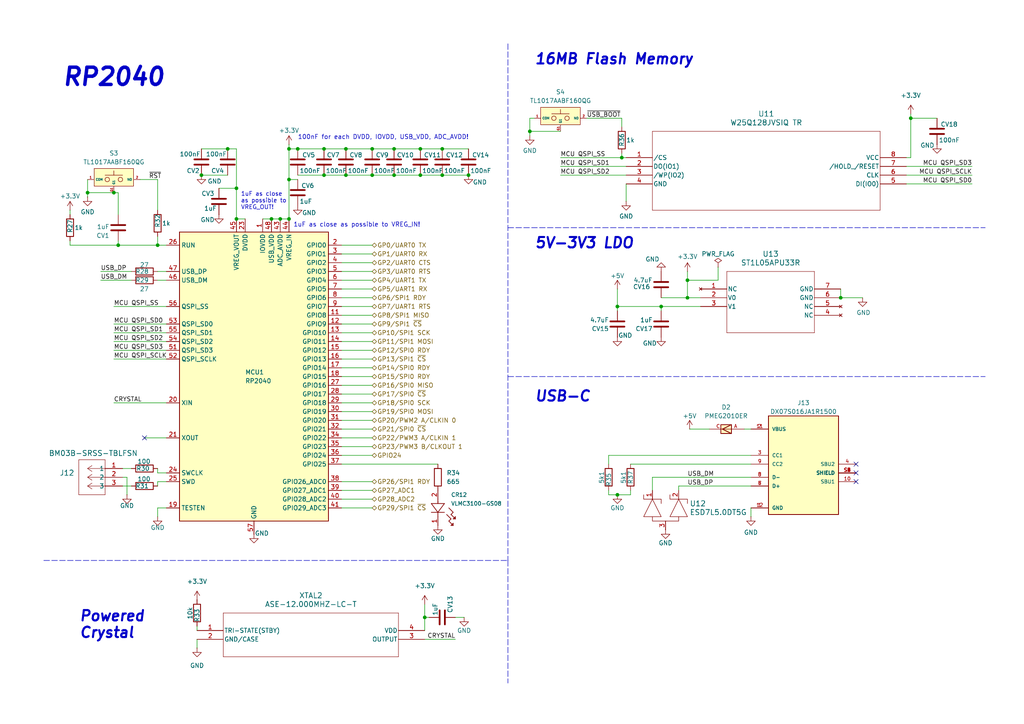
<source format=kicad_sch>
(kicad_sch (version 20231120) (generator "eeschema") (generator_version "8.0")
  (paper "A4")
  (lib_symbols
    (symbol "16MB_Flash:W25Q128JVSIQ_TR" (pin_names (offset 0.254))
      (property "Reference" "U" (at 40.64 12.7 0))
      (property "Value" "W25Q128JVSIQ TR" (at 40.64 10.16 0))
      (symbol "W25Q128JVSIQ_TR_0_1"
        (pin input line (at 0 0 0) (length 7.62) (name "/CS") (number "1"))
        (pin bidirectional line (at 0 -2.54 0) (length 7.62) (name "DO(IO1)") (number "2"))
        (pin bidirectional line (at 0 -5.08 0) (length 7.62) (name "/WP(IO2)") (number "3"))
        (pin passive line (at 0 -7.62 0) (length 7.62) (name "GND") (number "4"))
        (pin bidirectional line (at 81.28 -7.62 180) (length 7.62) (name "DI(IO0)") (number "5"))
        (pin input line (at 81.28 -5.08 180) (length 7.62) (name "CLK") (number "6"))
        (pin bidirectional line (at 81.28 -2.54 180) (length 7.62) (name "/HOLD_/RESET") (number "7"))
        (pin passive line (at 81.28 0 180) (length 7.62) (name "VCC") (number "8"))
      )
    )
    (symbol "AS12MHz:ASE-12.000MHZ-LC-T" (pin_names (offset 0.254))
      (property "Reference" "XTAL" (at 33.02 10.16 0))
      (property "Value" "ASE-12.000MHZ-LC-T" (at 33.02 7.62 0))
      (symbol "ASE-12.000MHZ-LC-T_0_1"
        (pin passive line (at 0 0 0) (length 7.62) (name "TRI-STATE(STBY)") (number "1"))
        (pin passive line (at 0 -2.54 0) (length 7.62) (name "GND/CASE") (number "2"))
        (pin output line (at 66.04 -2.54 180) (length 7.62) (name "OUTPUT") (number "3"))
        (pin power_in line (at 66.04 0 180) (length 7.62) (name "VDD") (number "4"))
      )
    )
    (symbol "DX07S016JA1R1500:DX07S016JA1R1500" (pin_names (offset 1.016))
      (property "Reference" "J" (at -9.906 16.002 0))
      (property "Value" "DX07S016JA1R1500" (at -10.16 -14.732 0))
      (symbol "DX07S016JA1R1500_0_0"
        (pin power_in line (at -15.24 -11.43 0) (length 5.08) (name "GND") (number "1"))
        (pin passive line (at 15.24 -3.81 180) (length 5.08) (name "SBU1") (number "10"))
        (pin passive line (at -15.24 11.43 0) (length 5.08) (name "VBUS") (number "11"))
        (pin power_in line (at -15.24 -11.43 0) (length 5.08) (name "GND") (number "12"))
        (pin passive line (at -15.24 11.43 0) (length 5.08) (name "VBUS") (number "2"))
        (pin passive line (at -15.24 3.81 0) (length 5.08) (name "CC1") (number "3"))
        (pin passive line (at 15.24 1.27 180) (length 5.08) (name "SBU2") (number "4"))
        (pin passive line (at -15.24 -2.54 0) (length 5.08) (name "D-") (number "5"))
        (pin passive line (at -15.24 -5.08 0) (length 5.08) (name "D+") (number "6"))
        (pin passive line (at -15.24 -5.08 0) (length 5.08) (name "D+") (number "7"))
        (pin passive line (at -15.24 -2.54 0) (length 5.08) (name "D-") (number "8"))
        (pin passive line (at -15.24 1.27 0) (length 5.08) (name "CC2") (number "9"))
        (pin passive line (at 15.24 -1.27 180) (length 5.08) (name "SHIELD") (number "S1"))
        (pin passive line (at 15.24 -1.27 180) (length 5.08) (name "SHIELD") (number "S2"))
        (pin passive line (at 15.24 -1.27 180) (length 5.08) (name "SHIELD") (number "S3"))
        (pin passive line (at 15.24 -1.27 180) (length 5.08) (name "SHIELD") (number "S4"))
        (pin passive line (at 15.24 -1.27 180) (length 5.08) (name "SHIELD") (number "S5"))
        (pin passive line (at 15.24 -1.27 180) (length 5.08) (name "SHIELD") (number "S6"))
      )
    )
    (symbol "Device:C" (pin_numbers hide) (pin_names (offset 0.254))
      (property "Reference" "C" (at 0.635 2.54 0))
      (property "Value" "C" (at 0.635 -2.54 0))
      (symbol "C_1_1"
        (pin passive line (at 0 3.81 270) (length 2.794) (name "~") (number "1"))
        (pin passive line (at 0 -3.81 90) (length 2.794) (name "~") (number "2"))
      )
    )
    (symbol "Device:R" (pin_numbers hide) (pin_names (offset 0))
      (property "Reference" "R" (at 2.032 0 90))
      (property "Value" "R" (at 0 0 90))
      (symbol "R_1_1"
        (pin passive line (at 0 3.81 270) (length 1.27) (name "~") (number "1"))
        (pin passive line (at 0 -3.81 90) (length 1.27) (name "~") (number "2"))
      )
    )
    (symbol "ESD7L5_Diode:ESD7L5.0DT5G" (pin_names (offset 0.254))
      (property "Reference" "U" (at 6.35 15.24 0))
      (property "Value" "ESD7L5.0DT5G" (at 6.35 12.7 0))
      (symbol "ESD7L5.0DT5G_1_1"
        (pin passive line (at 2.54 11.43 270) (length 2.54) (name "") (number "1"))
        (pin passive line (at 10.16 11.43 270) (length 2.54) (name "") (number "2"))
        (pin passive line (at 6.35 0 90) (length 2.54) (name "") (number "3"))
      )
    )
    (symbol "GreenLED__VLMC3100-GS08:VLMC3100-GS08" (pin_names (offset 0.254))
      (property "Reference" "CR" (at 5.08 -4.445 0))
      (property "Value" "VLMC3100-GS08" (at 5.08 -7.62 0))
      (symbol "VLMC3100-GS08_1_1"
        (pin passive line (at 10.16 0 180) (length 2.54) (name "") (number "1"))
        (pin passive line (at 0 0 0) (length 2.54) (name "") (number "2"))
      )
      (symbol "VLMC3100-GS08_1_2"
        (pin passive line (at 0 10.16 270) (length 2.54) (name "") (number "1"))
        (pin passive line (at 0 0 90) (length 2.54) (name "") (number "2"))
      )
    )
    (symbol "LDO_ST1L05A:ST1L05APU33R" (pin_names (offset 0.254))
      (property "Reference" "U" (at 20.32 10.16 0))
      (property "Value" "ST1L05APU33R" (at 20.32 7.62 0))
      (symbol "ST1L05APU33R_0_1"
        (pin no_connect line (at 0 0 0) (length 7.62) (name "NC") (number "1"))
        (pin passive line (at 0 -2.54 0) (length 7.62) (name "V0") (number "2"))
        (pin passive line (at 0 -5.08 0) (length 7.62) (name "V1") (number "3"))
        (pin no_connect line (at 40.64 -7.62 180) (length 7.62) (name "NC") (number "4"))
        (pin no_connect line (at 40.64 -5.08 180) (length 7.62) (name "NC") (number "5"))
        (pin passive line (at 40.64 -2.54 180) (length 7.62) (name "GND") (number "6"))
        (pin passive line (at 40.64 0 180) (length 7.62) (name "GND") (number "7"))
      )
    )
    (symbol "MCU_RaspberryPi:RP2040"
      (property "Reference" "U" (at 17.78 45.72 0))
      (property "Value" "RP2040" (at 17.78 43.18 0))
      (symbol "RP2040_1_1"
        (pin power_in line (at 2.54 45.72 270) (length 3.81) (name "IOVDD") (number "1"))
        (pin passive line (at 2.54 45.72 270) (length 3.81) hide (name "IOVDD") (number "10"))
        (pin bidirectional line (at 25.4 17.78 180) (length 3.81) (name "GPIO8") (number "11"))
        (pin bidirectional line (at 25.4 15.24 180) (length 3.81) (name "GPIO9") (number "12"))
        (pin bidirectional line (at 25.4 12.7 180) (length 3.81) (name "GPIO10") (number "13"))
        (pin bidirectional line (at 25.4 10.16 180) (length 3.81) (name "GPIO11") (number "14"))
        (pin bidirectional line (at 25.4 7.62 180) (length 3.81) (name "GPIO12") (number "15"))
        (pin bidirectional line (at 25.4 5.08 180) (length 3.81) (name "GPIO13") (number "16"))
        (pin bidirectional line (at 25.4 2.54 180) (length 3.81) (name "GPIO14") (number "17"))
        (pin bidirectional line (at 25.4 0 180) (length 3.81) (name "GPIO15") (number "18"))
        (pin input line (at -25.4 -38.1 0) (length 3.81) (name "TESTEN") (number "19"))
        (pin bidirectional line (at 25.4 38.1 180) (length 3.81) (name "GPIO0") (number "2"))
        (pin input line (at -25.4 -7.62 0) (length 3.81) (name "XIN") (number "20"))
        (pin passive line (at -25.4 -17.78 0) (length 3.81) (name "XOUT") (number "21"))
        (pin passive line (at 2.54 45.72 270) (length 3.81) hide (name "IOVDD") (number "22"))
        (pin power_in line (at -2.54 45.72 270) (length 3.81) (name "DVDD") (number "23"))
        (pin input line (at -25.4 -27.94 0) (length 3.81) (name "SWCLK") (number "24"))
        (pin bidirectional line (at -25.4 -30.48 0) (length 3.81) (name "SWD") (number "25"))
        (pin input line (at -25.4 38.1 0) (length 3.81) (name "RUN") (number "26"))
        (pin bidirectional line (at 25.4 -2.54 180) (length 3.81) (name "GPIO16") (number "27"))
        (pin bidirectional line (at 25.4 -5.08 180) (length 3.81) (name "GPIO17") (number "28"))
        (pin bidirectional line (at 25.4 -7.62 180) (length 3.81) (name "GPIO18") (number "29"))
        (pin bidirectional line (at 25.4 35.56 180) (length 3.81) (name "GPIO1") (number "3"))
        (pin bidirectional line (at 25.4 -10.16 180) (length 3.81) (name "GPIO19") (number "30"))
        (pin bidirectional line (at 25.4 -12.7 180) (length 3.81) (name "GPIO20") (number "31"))
        (pin bidirectional line (at 25.4 -15.24 180) (length 3.81) (name "GPIO21") (number "32"))
        (pin passive line (at 2.54 45.72 270) (length 3.81) hide (name "IOVDD") (number "33"))
        (pin bidirectional line (at 25.4 -17.78 180) (length 3.81) (name "GPIO22") (number "34"))
        (pin bidirectional line (at 25.4 -20.32 180) (length 3.81) (name "GPIO23") (number "35"))
        (pin bidirectional line (at 25.4 -22.86 180) (length 3.81) (name "GPIO24") (number "36"))
        (pin bidirectional line (at 25.4 -25.4 180) (length 3.81) (name "GPIO25") (number "37"))
        (pin bidirectional line (at 25.4 -30.48 180) (length 3.81) (name "GPIO26_ADC0") (number "38"))
        (pin bidirectional line (at 25.4 -33.02 180) (length 3.81) (name "GPIO27_ADC1") (number "39"))
        (pin bidirectional line (at 25.4 33.02 180) (length 3.81) (name "GPIO2") (number "4"))
        (pin bidirectional line (at 25.4 -35.56 180) (length 3.81) (name "GPIO28_ADC2") (number "40"))
        (pin bidirectional line (at 25.4 -38.1 180) (length 3.81) (name "GPIO29_ADC3") (number "41"))
        (pin passive line (at 2.54 45.72 270) (length 3.81) hide (name "IOVDD") (number "42"))
        (pin power_in line (at 7.62 45.72 270) (length 3.81) (name "ADC_AVDD") (number "43"))
        (pin power_in line (at 10.16 45.72 270) (length 3.81) (name "VREG_IN") (number "44"))
        (pin power_out line (at -5.08 45.72 270) (length 3.81) (name "VREG_VOUT") (number "45"))
        (pin bidirectional line (at -25.4 27.94 0) (length 3.81) (name "USB_DM") (number "46"))
        (pin bidirectional line (at -25.4 30.48 0) (length 3.81) (name "USB_DP") (number "47"))
        (pin power_in line (at 5.08 45.72 270) (length 3.81) (name "USB_VDD") (number "48"))
        (pin passive line (at 2.54 45.72 270) (length 3.81) hide (name "IOVDD") (number "49"))
        (pin bidirectional line (at 25.4 30.48 180) (length 3.81) (name "GPIO3") (number "5"))
        (pin passive line (at -2.54 45.72 270) (length 3.81) hide (name "DVDD") (number "50"))
        (pin bidirectional line (at -25.4 7.62 0) (length 3.81) (name "QSPI_SD3") (number "51"))
        (pin output line (at -25.4 5.08 0) (length 3.81) (name "QSPI_SCLK") (number "52"))
        (pin bidirectional line (at -25.4 15.24 0) (length 3.81) (name "QSPI_SD0") (number "53"))
        (pin bidirectional line (at -25.4 10.16 0) (length 3.81) (name "QSPI_SD2") (number "54"))
        (pin bidirectional line (at -25.4 12.7 0) (length 3.81) (name "QSPI_SD1") (number "55"))
        (pin bidirectional line (at -25.4 20.32 0) (length 3.81) (name "QSPI_SS") (number "56"))
        (pin power_in line (at 0 -45.72 90) (length 3.81) (name "GND") (number "57"))
        (pin bidirectional line (at 25.4 27.94 180) (length 3.81) (name "GPIO4") (number "6"))
        (pin bidirectional line (at 25.4 25.4 180) (length 3.81) (name "GPIO5") (number "7"))
        (pin bidirectional line (at 25.4 22.86 180) (length 3.81) (name "GPIO6") (number "8"))
        (pin bidirectional line (at 25.4 20.32 180) (length 3.81) (name "GPIO7") (number "9"))
      )
    )
    (symbol "PMEG2010ER:PMEG2010ER" (pin_names (offset 1.016))
      (property "Reference" "D" (at -3.8116 1.7534 0))
      (property "Value" "PMEG2010ER" (at -3.816 -3.5871 0))
      (symbol "PMEG2010ER_0_0"
        (pin passive line (at -5.08 0 0) (length 5.08) (name "~") (number "A"))
        (pin passive line (at 5.08 0 180) (length 5.08) (name "~") (number "C"))
      )
    )
    (symbol "SWD_Con:BM03B-SRSS-TBLFSN" (pin_names (offset 0.254))
      (property "Reference" "J" (at 8.89 6.35 0))
      (property "Value" "BM03B-SRSS-TBLFSN" (at 0 0 0))
      (symbol "BM03B-SRSS-TBLFSN_1_1"
        (pin passive line (at 0 0 0) (length 5.08) (name "1") (number "1"))
        (pin passive line (at 0 -2.54 0) (length 5.08) (name "2") (number "2"))
        (pin passive line (at 0 -5.08 0) (length 5.08) (name "3") (number "3"))
      )
      (symbol "BM03B-SRSS-TBLFSN_1_2"
        (pin passive line (at 0 0 0) (length 5.08) (name "1") (number "1"))
        (pin passive line (at 0 -2.54 0) (length 5.08) (name "2") (number "2"))
        (pin passive line (at 0 -5.08 0) (length 5.08) (name "3") (number "3"))
      )
    )
    (symbol "TL1017AABF160QG:TL1017AABF160QG"
      (property "Reference" "S" (at 0.762 14.732 0))
      (property "Value" "TL1017AABF160QG" (at 0.762 12.192 0))
      (symbol "TL1017AABF160QG_1_1"
        (pin passive line (at 1.27 3.81 0) (length 1.778) (name "COM") (number "1"))
        (pin passive line (at 16.51 3.81 180) (length 1.778) (name "NO") (number "2"))
        (pin passive line (at 8.89 0 90) (length 1.778) (name "G1") (number "G1"))
      )
    )
    (symbol "power:+3.3V" (power) (pin_numbers hide) (pin_names (offset 0) hide)
      (property "Value" "+3.3V" (at 0 3.556 0))
      (symbol "+3.3V_1_1"
        (pin power_in line (at 0 0 90) (length 0) (name "~") (number "1"))
      )
    )
    (symbol "power:+5V" (power) (pin_numbers hide) (pin_names (offset 0) hide)
      (property "Value" "+5V" (at 0 3.556 0))
      (symbol "+5V_1_1"
        (pin power_in line (at 0 0 90) (length 0) (name "~") (number "1"))
      )
    )
    (symbol "power:GND" (power) (pin_numbers hide) (pin_names (offset 0) hide)
      (property "Value" "GND" (at 0 -3.81 0))
      (symbol "GND_1_1"
        (pin power_in line (at 0 0 270) (length 0) (name "~") (number "1"))
      )
    )
    (symbol "power:PWR_FLAG" (power) (pin_numbers hide) (pin_names (offset 0) hide)
      (property "Value" "PWR_FLAG" (at 0 3.81 0))
      (symbol "PWR_FLAG_0_0"
        (pin power_out line (at 0 0 90) (length 0) (name "~") (number "1"))
      )
    )
  )
  (junction (at 68.58 54.61))
  (junction (at 66.04 43.18))
  (junction (at 83.82 52.07))
  (junction (at 191.77 88.9))
  (junction (at 114.3 50.8))
  (junction (at 86.36 43.18))
  (junction (at 199.39 81.28))
  (junction (at 135.89 50.8))
  (junction (at 121.92 50.8))
  (junction (at 179.07 88.9))
  (junction (at 100.33 50.8))
  (junction (at 123.19 179.07))
  (junction (at 128.27 50.8))
  (junction (at 153.67 38.1))
  (junction (at 83.82 63.5))
  (junction (at 243.84 86.36))
  (junction (at 83.82 43.18))
  (junction (at 34.29 71.12))
  (junction (at 199.39 86.36))
  (junction (at 107.95 43.18))
  (junction (at 78.74 63.5))
  (junction (at 58.42 50.8))
  (junction (at 81.28 63.5))
  (junction (at 25.4 55.88))
  (junction (at 180.34 45.72))
  (junction (at 93.98 50.8))
  (junction (at 121.92 43.18))
  (junction (at 93.98 43.18))
  (junction (at 114.3 43.18))
  (junction (at 45.72 71.12))
  (junction (at 179.07 143.51))
  (junction (at 107.95 50.8))
  (junction (at 128.27 43.18))
  (junction (at 33.02 55.88))
  (junction (at 264.16 34.29))
  (junction (at 68.58 63.5))
  (junction (at 100.33 43.18))
  (no_connect (at 248.285 137.16))
  (no_connect (at 248.285 139.7))
  (no_connect (at 41.91 127))
  (no_connect (at 248.285 134.62))
  (wire (pts (xy 208.28 81.28) (xy 208.28 77.47)))
  (wire (pts (xy 34.29 71.12) (xy 20.32 71.12)))
  (wire (pts (xy 99.06 116.84) (xy 107.95 116.84)))
  (wire (pts (xy 33.02 99.06) (xy 48.26 99.06)))
  (wire (pts (xy 181.61 53.34) (xy 181.61 58.42)))
  (wire (pts (xy 45.72 149.86) (xy 45.72 147.32)))
  (wire (pts (xy 262.89 50.8) (xy 281.94 50.8)))
  (wire (pts (xy 25.4 55.88) (xy 25.4 57.15)))
  (wire (pts (xy 153.67 38.1) (xy 153.67 39.37)))
  (wire (pts (xy 68.58 63.5) (xy 71.12 63.5)))
  (wire (pts (xy 33.02 55.88) (xy 25.4 55.88)))
  (wire (pts (xy 34.29 55.88) (xy 34.29 62.23)))
  (wire (pts (xy 25.4 52.07) (xy 25.4 55.88)))
  (wire (pts (xy 191.77 86.36) (xy 199.39 86.36)))
  (wire (pts (xy 34.29 71.12) (xy 45.72 71.12)))
  (wire (pts (xy 33.02 88.9) (xy 48.26 88.9)))
  (wire (pts (xy 99.06 91.44) (xy 107.95 91.44)))
  (wire (pts (xy 128.27 43.18) (xy 121.92 43.18)))
  (wire (pts (xy 123.19 179.07) (xy 123.19 182.88)))
  (wire (pts (xy 179.07 143.51) (xy 176.53 143.51)))
  (wire (pts (xy 83.82 52.07) (xy 83.82 63.5)))
  (wire (pts (xy 99.06 71.12) (xy 107.95 71.12)))
  (wire (pts (xy 63.5 54.61) (xy 68.58 54.61)))
  (wire (pts (xy 199.39 81.28) (xy 208.28 81.28)))
  (wire (pts (xy 45.72 71.12) (xy 48.26 71.12)))
  (wire (pts (xy 20.32 60.96) (xy 20.32 62.23)))
  (wire (pts (xy 100.33 50.8) (xy 107.95 50.8)))
  (wire (pts (xy 191.77 88.9) (xy 203.2 88.9)))
  (wire (pts (xy 76.2 63.5) (xy 78.74 63.5)))
  (wire (pts (xy 199.39 81.28) (xy 199.39 86.36)))
  (wire (pts (xy 29.21 78.74) (xy 38.1 78.74)))
  (wire (pts (xy 181.61 50.8) (xy 162.56 50.8)))
  (polyline (pts (xy 147.32 12.7) (xy 147.32 162.56)) (stroke (width 0) (type dash)))
  (wire (pts (xy 68.58 54.61) (xy 68.58 43.18)))
  (wire (pts (xy 114.3 50.8) (xy 121.92 50.8)))
  (wire (pts (xy 99.06 119.38) (xy 107.95 119.38)))
  (wire (pts (xy 99.06 86.36) (xy 107.95 86.36)))
  (wire (pts (xy 154.94 34.29) (xy 153.67 34.29)))
  (wire (pts (xy 153.67 38.1) (xy 162.56 38.1)))
  (wire (pts (xy 33.02 104.14) (xy 48.26 104.14)))
  (wire (pts (xy 99.06 96.52) (xy 107.95 96.52)))
  (wire (pts (xy 99.06 101.6) (xy 107.95 101.6)))
  (wire (pts (xy 180.34 44.45) (xy 180.34 45.72)))
  (wire (pts (xy 179.07 88.9) (xy 179.07 90.17)))
  (wire (pts (xy 99.06 78.74) (xy 107.95 78.74)))
  (wire (pts (xy 99.06 99.06) (xy 107.95 99.06)))
  (wire (pts (xy 217.805 149.86) (xy 217.805 147.32)))
  (wire (pts (xy 243.84 86.36) (xy 250.19 86.36)))
  (wire (pts (xy 34.29 71.12) (xy 34.29 69.85)))
  (wire (pts (xy 99.06 81.28) (xy 107.95 81.28)))
  (wire (pts (xy 179.07 88.9) (xy 191.77 88.9)))
  (wire (pts (xy 45.72 147.32) (xy 48.26 147.32)))
  (wire (pts (xy 215.9 124.46) (xy 217.805 124.46)))
  (wire (pts (xy 107.95 50.8) (xy 114.3 50.8)))
  (wire (pts (xy 35.56 140.97) (xy 38.1 140.97)))
  (wire (pts (xy 99.06 104.14) (xy 107.95 104.14)))
  (wire (pts (xy 41.91 127) (xy 48.26 127)))
  (wire (pts (xy 121.92 43.18) (xy 114.3 43.18)))
  (wire (pts (xy 45.72 137.16) (xy 48.26 137.16)))
  (wire (pts (xy 45.72 139.7) (xy 48.26 139.7)))
  (wire (pts (xy 262.89 48.26) (xy 281.94 48.26)))
  (wire (pts (xy 45.72 137.16) (xy 45.72 135.89)))
  (polyline (pts (xy 147.32 109.22) (xy 285.75 109.22)) (stroke (width 0) (type dash)))
  (wire (pts (xy 99.06 129.54) (xy 107.95 129.54)))
  (wire (pts (xy 36.83 138.43) (xy 36.83 143.51)))
  (wire (pts (xy 45.72 52.07) (xy 45.72 60.96)))
  (wire (pts (xy 58.42 50.8) (xy 66.04 50.8)))
  (wire (pts (xy 45.72 140.97) (xy 45.72 139.7)))
  (wire (pts (xy 93.98 43.18) (xy 86.36 43.18)))
  (wire (pts (xy 81.28 63.5) (xy 83.82 63.5)))
  (wire (pts (xy 179.07 83.82) (xy 179.07 88.9)))
  (wire (pts (xy 217.805 134.62) (xy 182.88 134.62)))
  (wire (pts (xy 99.06 147.32) (xy 107.95 147.32)))
  (wire (pts (xy 107.95 43.18) (xy 100.33 43.18)))
  (wire (pts (xy 123.19 179.07) (xy 124.46 179.07)))
  (wire (pts (xy 99.06 139.7) (xy 107.95 139.7)))
  (wire (pts (xy 262.89 45.72) (xy 264.16 45.72)))
  (wire (pts (xy 58.42 43.18) (xy 66.04 43.18)))
  (wire (pts (xy 99.06 134.62) (xy 127 134.62)))
  (wire (pts (xy 264.16 34.29) (xy 264.16 33.02)))
  (wire (pts (xy 199.39 86.36) (xy 203.2 86.36)))
  (wire (pts (xy 86.36 43.18) (xy 83.82 43.18)))
  (wire (pts (xy 182.88 142.24) (xy 182.88 143.51)))
  (wire (pts (xy 45.72 81.28) (xy 48.26 81.28)))
  (wire (pts (xy 189.23 138.43) (xy 189.23 142.24)))
  (wire (pts (xy 100.33 43.18) (xy 93.98 43.18)))
  (wire (pts (xy 196.85 140.97) (xy 196.85 142.24)))
  (wire (pts (xy 93.98 50.8) (xy 100.33 50.8)))
  (wire (pts (xy 196.85 140.97) (xy 217.805 140.97)))
  (wire (pts (xy 35.56 135.89) (xy 38.1 135.89)))
  (wire (pts (xy 176.53 134.62) (xy 176.53 132.08)))
  (wire (pts (xy 83.82 52.07) (xy 86.36 52.07)))
  (wire (pts (xy 176.53 132.08) (xy 217.805 132.08)))
  (wire (pts (xy 68.58 54.61) (xy 68.58 63.5)))
  (wire (pts (xy 99.06 111.76) (xy 107.95 111.76)))
  (wire (pts (xy 68.58 43.18) (xy 66.04 43.18)))
  (wire (pts (xy 189.23 138.43) (xy 217.805 138.43)))
  (wire (pts (xy 180.34 36.83) (xy 180.34 34.29)))
  (wire (pts (xy 33.02 93.98) (xy 48.26 93.98)))
  (wire (pts (xy 45.72 68.58) (xy 45.72 71.12)))
  (wire (pts (xy 83.82 43.18) (xy 83.82 52.07)))
  (wire (pts (xy 78.74 63.5) (xy 81.28 63.5)))
  (wire (pts (xy 114.3 43.18) (xy 107.95 43.18)))
  (wire (pts (xy 182.88 143.51) (xy 179.07 143.51)))
  (wire (pts (xy 99.06 144.78) (xy 107.95 144.78)))
  (wire (pts (xy 200.025 124.46) (xy 205.74 124.46)))
  (wire (pts (xy 262.89 53.34) (xy 281.94 53.34)))
  (wire (pts (xy 29.21 81.28) (xy 38.1 81.28)))
  (wire (pts (xy 40.64 52.07) (xy 45.72 52.07)))
  (polyline (pts (xy 12.7 162.56) (xy 147.32 162.56)) (stroke (width 0) (type dash)))
  (wire (pts (xy 121.92 50.8) (xy 128.27 50.8)))
  (wire (pts (xy 264.16 45.72) (xy 264.16 34.29)))
  (wire (pts (xy 180.34 45.72) (xy 181.61 45.72)))
  (wire (pts (xy 57.15 181.61) (xy 57.15 182.88)))
  (wire (pts (xy 176.53 143.51) (xy 176.53 142.24)))
  (wire (pts (xy 99.06 93.98) (xy 107.95 93.98)))
  (wire (pts (xy 33.02 96.52) (xy 48.26 96.52)))
  (wire (pts (xy 99.06 83.82) (xy 107.95 83.82)))
  (wire (pts (xy 99.06 73.66) (xy 107.95 73.66)))
  (wire (pts (xy 34.29 55.88) (xy 33.02 55.88)))
  (wire (pts (xy 99.06 109.22) (xy 107.95 109.22)))
  (wire (pts (xy 20.32 71.12) (xy 20.32 69.85)))
  (wire (pts (xy 99.06 127) (xy 107.95 127)))
  (polyline (pts (xy 147.32 66.04) (xy 285.75 66.04)) (stroke (width 0) (type dash)))
  (wire (pts (xy 33.02 101.6) (xy 48.26 101.6)))
  (wire (pts (xy 128.27 50.8) (xy 135.89 50.8)))
  (wire (pts (xy 181.61 48.26) (xy 162.56 48.26)))
  (polyline (pts (xy 147.32 162.56) (xy 147.32 198.12)) (stroke (width 0) (type dash)))
  (wire (pts (xy 191.77 90.17) (xy 191.77 88.9)))
  (wire (pts (xy 243.84 83.82) (xy 243.84 86.36)))
  (wire (pts (xy 99.06 124.46) (xy 107.95 124.46)))
  (wire (pts (xy 132.08 179.07) (xy 134.62 179.07)))
  (wire (pts (xy 128.27 43.18) (xy 135.89 43.18)))
  (wire (pts (xy 99.06 76.2) (xy 107.95 76.2)))
  (wire (pts (xy 99.06 88.9) (xy 107.95 88.9)))
  (wire (pts (xy 153.67 34.29) (xy 153.67 38.1)))
  (wire (pts (xy 264.16 34.29) (xy 271.78 34.29)))
  (wire (pts (xy 123.19 175.26) (xy 123.19 179.07)))
  (wire (pts (xy 180.34 34.29) (xy 170.18 34.29)))
  (wire (pts (xy 86.36 50.8) (xy 93.98 50.8)))
  (wire (pts (xy 45.72 78.74) (xy 48.26 78.74)))
  (wire (pts (xy 83.82 41.91) (xy 83.82 43.18)))
  (wire (pts (xy 199.39 78.74) (xy 199.39 81.28)))
  (wire (pts (xy 57.15 185.42) (xy 57.15 187.96)))
  (wire (pts (xy 132.08 185.42) (xy 123.19 185.42)))
  (wire (pts (xy 99.06 132.08) (xy 107.95 132.08)))
  (wire (pts (xy 99.06 114.3) (xy 107.95 114.3)))
  (wire (pts (xy 33.02 116.84) (xy 48.26 116.84)))
  (wire (pts (xy 99.06 106.68) (xy 107.95 106.68)))
  (wire (pts (xy 99.06 121.92) (xy 107.95 121.92)))
  (wire (pts (xy 162.56 45.72) (xy 180.34 45.72)))
  (wire (pts (xy 99.06 142.24) (xy 107.95 142.24)))
  (wire (pts (xy 35.56 138.43) (xy 36.83 138.43)))
  (text "100nF for each DVDD, IOVDD, USB_VDD, ADC_AVDD!" (at 86.36 40.64 0) (effects (font (size 1.27 1.27)) (justify left bottom)))
  (text "5V-3V3 LDO" (at 154.94 72.39 0) (effects (font (size 3 3) (bold yes) (italic yes)) (justify left bottom)))
  (text "Powered\nCrystal" (at 22.86 185.42 0) (effects (font (size 3 3) (bold yes) (italic yes)) (justify left bottom)))
  (text "1uF as close \nas possible to \nVREG_OUT!" (at 69.85 60.96 0) (effects (font (size 1.2 1.2)) (justify left bottom)))
  (text "USB-C" (at 154.94 116.84 0) (effects (font (size 3 3) (bold yes) (italic yes)) (justify left bottom)))
  (text "RP2040" (at 17.78 25.4 0) (effects (font (size 5 5) (thickness 1) (bold yes) (italic yes)) (justify left bottom)))
  (text "1uF as close as possible to VREG_IN!" (at 85.09 66.04 0) (effects (font (size 1.27 1.27)) (justify left bottom)))
  (text "16MB Flash Memory" (at 154.94 19.05 0) (effects (font (size 3 3) (bold yes) (italic yes)) (justify left bottom)))
  (label "MCU QSPI_SD1" (at 33.02 96.52 0))
  (label "MCU QSPI_SS" (at 162.56 45.72 0))
  (label "USB_DP" (at 29.21 78.74 0))
  (label "CRYSTAL" (at 132.08 185.42 180))
  (label "~{USB_BOOT}" (at 170.18 34.29 0))
  (label "~{RST}" (at 43.18 52.07 0))
  (label "CRYSTAL" (at 33.02 116.84 0))
  (label "USB_DM" (at 29.21 81.28 0))
  (label "MCU QSPI_SD3" (at 281.94 48.26 180))
  (label "MCU QSPI_SD2" (at 33.02 99.06 0))
  (label "USB_DM" (at 199.39 138.43 0))
  (label "MCU QSPI_SD2" (at 162.56 50.8 0))
  (label "USB_DP" (at 199.39 140.97 0))
  (label "MCU QSPI_SCLK" (at 33.02 104.14 0))
  (label "MCU QSPI_SD3" (at 33.02 101.6 0))
  (label "MCU QSPI_SCLK" (at 281.94 50.8 180))
  (label "MCU QSPI_SD1" (at 162.56 48.26 0))
  (label "MCU QSPI_SS" (at 33.02 88.9 0))
  (label "MCU QSPI_SD0" (at 281.94 53.34 180))
  (label "MCU QSPI_SD0" (at 33.02 93.98 0))
  (hierarchical_label "GP18{slash}SPI0 SCK" (shape bidirectional) (at 107.95 116.84 0))
  (hierarchical_label "GP16{slash}SPI0 MISO" (shape bidirectional) (at 107.95 111.76 0))
  (hierarchical_label "GP22{slash}PWM3 A{slash}CLKIN 1" (shape bidirectional) (at 107.95 127 0))
  (hierarchical_label "GPIO24" (shape bidirectional) (at 107.95 132.08 0))
  (hierarchical_label "GP1{slash}UART0 RX" (shape bidirectional) (at 107.95 73.66 0))
  (hierarchical_label "GP28_ADC2" (shape bidirectional) (at 107.95 144.78 0))
  (hierarchical_label "GP2{slash}UART0 CTS" (shape bidirectional) (at 107.95 76.2 0))
  (hierarchical_label "GP8{slash}SPI1 MISO" (shape bidirectional) (at 107.95 91.44 0))
  (hierarchical_label "GP3{slash}UART0 RTS" (shape bidirectional) (at 107.95 78.74 0))
  (hierarchical_label "GP10{slash}SPI1 SCK" (shape bidirectional) (at 107.95 96.52 0))
  (hierarchical_label "GP6{slash}SPI1 RDY" (shape bidirectional) (at 107.95 86.36 0))
  (hierarchical_label "GP4{slash}UART1 TX" (shape bidirectional) (at 107.95 81.28 0))
  (hierarchical_label "GP7{slash}UART1 RTS" (shape bidirectional) (at 107.95 88.9 0))
  (hierarchical_label "GP19{slash}SPI0 MOSI" (shape bidirectional) (at 107.95 119.38 0))
  (hierarchical_label "GP21{slash}SPI0 ~{CS}" (shape bidirectional) (at 107.95 124.46 0))
  (hierarchical_label "GP12{slash}SPI0 RDY" (shape bidirectional) (at 107.95 101.6 0))
  (hierarchical_label "GP14{slash}SPI0 RDY" (shape bidirectional) (at 107.95 106.68 0))
  (hierarchical_label "GP15{slash}SPI0 RDY" (shape bidirectional) (at 107.95 109.22 0))
  (hierarchical_label "GP17{slash}SPI0 ~{CS}" (shape bidirectional) (at 107.95 114.3 0))
  (hierarchical_label "GP29{slash}SPI1 ~{CS}" (shape bidirectional) (at 107.95 147.32 0))
  (hierarchical_label "GP27_ADC1" (shape bidirectional) (at 107.95 142.24 0))
  (hierarchical_label "GP26{slash}SPI1 RDY" (shape bidirectional) (at 107.95 139.7 0))
  (hierarchical_label "GP23{slash}PWM3 B{slash}CLKOUT 1" (shape bidirectional) (at 107.95 129.54 0))
  (hierarchical_label "GP9{slash}SPI1 ~{CS}" (shape bidirectional) (at 107.95 93.98 0))
  (hierarchical_label "GP5{slash}UART1 RX" (shape bidirectional) (at 107.95 83.82 0))
  (hierarchical_label "GP20{slash}PWM2 A{slash}CLKIN 0" (shape bidirectional) (at 107.95 121.92 0))
  (hierarchical_label "GP13{slash}SPI1 ~{CS}" (shape bidirectional) (at 107.95 104.14 0))
  (hierarchical_label "GP0{slash}UART0 TX" (shape bidirectional) (at 107.95 71.12 0))
  (hierarchical_label "GP11{slash}SPI1 MOSI" (shape bidirectional) (at 107.95 99.06 0))
  (symbol (lib_id "Device:C") (at 128.27 46.99 0) (unit 1)
    (property "Reference" "CV12" (at 129.286 44.958 0) (effects (justify left)))
    (property "Value" "100nF" (at 128.778 49.53 0) (effects (justify left)))
    (property "Footprint" "Capacitor-0402:Capacitor_0402" (effects (hide yes)))
    (property "Description" "Unpolarized capacitor" (effects (hide yes)))
  )
  (symbol (lib_id "Device:C") (at 107.95 46.99 0) (unit 1)
    (property "Reference" "CV9" (at 108.966 44.958 0) (effects (justify left)))
    (property "Value" "100nF" (at 108.458 49.53 0) (effects (justify left)))
    (property "Footprint" "Capacitor-0402:Capacitor_0402" (effects (hide yes)))
    (property "Description" "Unpolarized capacitor" (effects (hide yes)))
  )
  (symbol (lib_id "power:+5V") (at 200.025 124.46 0) (unit 1)
    (property "Reference" "#PWR0103" (effects (hide yes)))
    (property "Value" "+5V" (at 200.025 120.65 0))
    (property "Description" "Power symbol creates a global label with name \"+5V\"" (effects (hide yes)))
  )
  (symbol (lib_id "TL1017AABF160QG:TL1017AABF160QG") (at 153.67 38.1 0) (unit 1)
    (property "Reference" "S4" (at 162.56 26.67 0))
    (property "Value" "TL1017AABF160QG" (at 162.56 29.21 0))
    (property "Footprint" "TL1017AABF160QG" (effects (hide yes)))
    (property "Datasheet" "https://configured-product-images.s3.amazonaws.com/2D/specs/TL1017AABF160QG.pdf" (effects (hide yes)))
    (property "Description" "TACT, Surface Mount" (effects (hide yes)))
    (property "Height" "1.7" (effects (hide yes)))
    (property "Mouser Part Number" "612-TL1017AABF160QG" (effects (hide yes)))
    (property "Mouser Price/Stock" "https://www.mouser.co.uk/ProductDetail/E-Switch/TL1017AABF160QG?qs=9vOqFld9vZWEDSBQD0ZM5A%3D%3D" (effects (hide yes)))
    (property "Manufacturer_Name" "E-Switch" (effects (hide yes)))
    (property "Manufacturer_Part_Number" "TL1017AABF160QG" (effects (hide yes)))
  )
  (symbol (lib_id "Device:C") (at 191.77 93.98 180) (unit 1)
    (property "Reference" "CV17" (at 189.3062 95.3516 0) (effects (justify left)))
    (property "Value" "1uF" (at 189.3062 92.8116 0) (effects (justify left)))
    (property "Footprint" "Capacitor-0402:Capacitor_0402" (effects (hide yes)))
    (property "Description" "Unpolarized capacitor" (effects (hide yes)))
  )
  (symbol (lib_id "Device:R") (at 182.88 138.43 0) (mirror x) (unit 1)
    (property "Reference" "R37" (at 182.88 136.525 90) (effects (justify left)))
    (property "Value" "5k1" (at 180.848 136.652 90) (effects (justify left)))
    (property "Footprint" "Resistor-0805:RES_0805" (effects (hide yes)))
    (property "Description" "Resistor" (effects (hide yes)))
  )
  (symbol (lib_id "Device:R") (at 41.91 81.28 90) (mirror x) (unit 1)
    (property "Reference" "R29" (at 43.18 81.28 90) (effects (justify left)))
    (property "Value" "27" (at 43.18 83.82 90) (effects (justify left)))
    (property "Footprint" "Resistor-0603:RES_0603" (effects (hide yes)))
    (property "Description" "Resistor" (effects (hide yes)))
  )
  (symbol (lib_id "Device:C") (at 66.04 46.99 180) (unit 1)
    (property "Reference" "CV4" (at 65.024 49.53 0) (effects (justify left)))
    (property "Value" "100nF" (at 65.786 44.704 0) (effects (justify left)))
    (property "Footprint" "Capacitor-0402:Capacitor_0402" (effects (hide yes)))
    (property "Description" "Unpolarized capacitor" (effects (hide yes)))
  )
  (symbol (lib_id "power:+3.3V") (at 264.16 33.02 0) (unit 1)
    (property "Reference" "#PWR0106" (effects (hide yes)))
    (property "Value" "+3.3V" (at 264.16 27.686 0))
    (property "Description" "Power symbol creates a global label with name \"+3.3V\"" (effects (hide yes)))
  )
  (symbol (lib_id "power:GND") (at 271.78 41.91 0) (unit 1)
    (property "Reference" "#PWR0107" (effects (hide yes)))
    (property "Value" "GND" (at 268.986 42.164 0))
    (property "Description" "Power symbol creates a global label with name \"GND\" , ground" (effects (hide yes)))
  )
  (symbol (lib_id "power:PWR_FLAG") (at 208.28 77.47 0) (unit 1)
    (property "Reference" "#FLG05" (effects (hide yes)))
    (property "Value" "PWR_FLAG" (at 208.28 73.66 0))
    (property "Description" "Special symbol for telling ERC where power comes from" (effects (hide yes)))
  )
  (symbol (lib_id "power:GND") (at 181.61 58.42 0) (unit 1)
    (property "Reference" "#PWR098" (effects (hide yes)))
    (property "Value" "GND" (at 181.61 62.738 0))
    (property "Description" "Power symbol creates a global label with name \"GND\" , ground" (effects (hide yes)))
  )
  (symbol (lib_id "Device:C") (at 271.78 38.1 0) (unit 1)
    (property "Reference" "CV18" (at 272.796 36.068 0) (effects (justify left)))
    (property "Value" "100nF" (at 272.288 40.64 0) (effects (justify left)))
    (property "Footprint" "Capacitor-0402:Capacitor_0402" (effects (hide yes)))
    (property "Description" "Unpolarized capacitor" (effects (hide yes)))
  )
  (symbol (lib_id "PMEG2010ER:PMEG2010ER") (at 210.82 124.46 0) (mirror y) (unit 1)
    (property "Reference" "D2" (at 210.6083 118.11 0))
    (property "Value" "PMEG2010ER" (at 210.6083 120.65 0))
    (property "Footprint" "PMEG2010ER:SODFL3517X110N" (effects (hide yes)))
    (property "MF" "NXP Semiconductors" (effects (hide yes)))
    (property "Description_1" "\n                        \n                            Rectifier Diode Schottky 1A Automotive 2-Pin SOD-123W T/R\n                        \n" (effects (hide yes)))
    (property "Package" "SOD-123 Nexperia USA" (effects (hide yes)))
    (property "Price" "None" (effects (hide yes)))
    (property "Check_prices" "https://www.snapeda.com/parts/PMEG2010ER/NXP+Semiconductors/view-part/?ref=eda" (effects (hide yes)))
    (property "STANDARD" "IPC-7351B" (effects (hide yes)))
    (property "PARTREV" "01" (effects (hide yes)))
    (property "SnapEDA_Link" "https://www.snapeda.com/parts/PMEG2010ER/NXP+Semiconductors/view-part/?ref=snap" (effects (hide yes)))
    (property "MP" "PMEG2010ER" (effects (hide yes)))
    (property "Availability" "In Stock" (effects (hide yes)))
    (property "MANUFACTURER" "NEXPERIA" (effects (hide yes)))
  )
  (symbol (lib_id "power:GND") (at 153.67 39.37 0) (unit 1)
    (property "Reference" "#PWR095" (effects (hide yes)))
    (property "Value" "GND" (at 153.67 43.688 0))
    (property "Description" "Power symbol creates a global label with name \"GND\" , ground" (effects (hide yes)))
  )
  (symbol (lib_id "power:+3.3V") (at 20.32 60.96 0) (unit 1)
    (property "Reference" "#PWR080" (effects (hide yes)))
    (property "Value" "+3.3V" (at 20.32 56.896 0))
    (property "Description" "Power symbol creates a global label with name \"+3.3V\"" (effects (hide yes)))
  )
  (symbol (lib_id "power:GND") (at 127 152.4 0) (unit 1)
    (property "Reference" "#PWR092" (effects (hide yes)))
    (property "Value" "GND" (at 127 156.21 0))
    (property "Description" "Power symbol creates a global label with name \"GND\" , ground" (effects (hide yes)))
  )
  (symbol (lib_id "Device:C") (at 191.77 82.55 0) (mirror y) (unit 1)
    (property "Reference" "CV16" (at 188.595 83.185 0) (effects (justify left)))
    (property "Value" "4.7uF" (at 189.23 81.28 0) (effects (justify left)))
    (property "Footprint" "Capacitor-0402:Capacitor_0402" (effects (hide yes)))
    (property "Description" "Unpolarized capacitor" (effects (hide yes)))
  )
  (symbol (lib_id "Device:R") (at 41.91 135.89 90) (mirror x) (unit 1)
    (property "Reference" "R30" (at 43.434 135.89 90) (effects (justify left)))
    (property "Value" "100" (at 43.688 133.858 90) (effects (justify left)))
    (property "Footprint" "Resistor-0402:RES_0402" (effects (hide yes)))
    (property "Description" "Resistor" (effects (hide yes)))
  )
  (symbol (lib_id "AS12MHz:ASE-12.000MHZ-LC-T") (at 57.15 182.88 0) (unit 1)
    (property "Reference" "XTAL2" (at 90.17 172.72 0) (effects (font (size 1.524 1.524))))
    (property "Value" "ASE-12.000MHZ-LC-T" (at 90.17 175.26 0) (effects (font (size 1.524 1.524))))
    (property "Footprint" "ASE-3.2X2.5_ABR" (effects (hide yes)))
    (property "Datasheet" "ASE-12.000MHZ-LC-T" (effects (hide yes)))
  )
  (symbol (lib_id "power:GND") (at 250.19 86.36 0) (unit 1)
    (property "Reference" "#PWR0105" (effects (hide yes)))
    (property "Value" "GND" (at 250.444 90.678 0))
    (property "Description" "Power symbol creates a global label with name \"GND\" , ground" (effects (hide yes)))
  )
  (symbol (lib_id "Device:C") (at 100.33 46.99 0) (unit 1)
    (property "Reference" "CV8" (at 101.346 44.958 0) (effects (justify left)))
    (property "Value" "100nF" (at 100.838 49.53 0) (effects (justify left)))
    (property "Footprint" "Capacitor-0402:Capacitor_0402" (effects (hide yes)))
    (property "Description" "Unpolarized capacitor" (effects (hide yes)))
  )
  (symbol (lib_id "power:GND") (at 73.66 154.94 0) (unit 1)
    (property "Reference" "#PWR088" (effects (hide yes)))
    (property "Value" "GND" (at 75.946 154.686 0))
    (property "Description" "Power symbol creates a global label with name \"GND\" , ground" (effects (hide yes)))
  )
  (symbol (lib_id "Device:C") (at 63.5 58.42 0) (unit 1)
    (property "Reference" "CV3" (at 58.42 56.134 0) (effects (justify left)))
    (property "Value" "1uF" (at 59.182 60.452 0) (effects (justify left)))
    (property "Footprint" "Capacitor-0402:Capacitor_0402" (effects (hide yes)))
    (property "Description" "Unpolarized capacitor" (effects (hide yes)))
  )
  (symbol (lib_id "power:GND") (at 36.83 143.51 0) (unit 1)
    (property "Reference" "#PWR082" (effects (hide yes)))
    (property "Value" "GND" (at 36.83 146.685 0))
    (property "Description" "Power symbol creates a global label with name \"GND\" , ground" (effects (hide yes)))
  )
  (symbol (lib_id "Device:C") (at 86.36 46.99 0) (unit 1)
    (property "Reference" "CV5" (at 87.63 44.958 0) (effects (justify left)))
    (property "Value" "100nF" (at 86.868 49.53 0) (effects (justify left)))
    (property "Footprint" "Capacitor-0402:Capacitor_0402" (effects (hide yes)))
    (property "Description" "Unpolarized capacitor" (effects (hide yes)))
  )
  (symbol (lib_id "power:GND") (at 191.77 97.79 0) (unit 1)
    (property "Reference" "#PWR0100" (effects (hide yes)))
    (property "Value" "GND" (at 188.468 99.568 0))
    (property "Description" "Power symbol creates a global label with name \"GND\" , ground" (effects (hide yes)))
  )
  (symbol (lib_id "power:+3.3V") (at 123.19 175.26 0) (unit 1)
    (property "Reference" "#PWR091" (effects (hide yes)))
    (property "Value" "+3.3V" (at 123.19 169.926 0))
    (property "Description" "Power symbol creates a global label with name \"+3.3V\"" (effects (hide yes)))
  )
  (symbol (lib_id "MCU_RaspberryPi:RP2040") (at 73.66 109.22 0) (unit 1)
    (property "Reference" "MCU1" (at 71.12 107.95 0) (effects (justify left)))
    (property "Value" "RP2040" (at 71.12 110.49 0) (effects (justify left)))
    (property "Footprint" "Package_DFN_QFN:QFN-56-1EP_7x7mm_P0.4mm_EP3.2x3.2mm" (effects (hide yes)))
    (property "Datasheet" "https://datasheets.raspberrypi.com/rp2040/rp2040-datasheet.pdf" (effects (hide yes)))
    (property "Description" "A microcontroller by Raspberry Pi" (effects (hide yes)))
  )
  (symbol (lib_id "Device:C") (at 93.98 46.99 0) (unit 1)
    (property "Reference" "CV7" (at 94.742 44.958 0) (effects (justify left)))
    (property "Value" "100nF" (at 94.488 49.53 0) (effects (justify left)))
    (property "Footprint" "Capacitor-0402:Capacitor_0402" (effects (hide yes)))
    (property "Description" "Unpolarized capacitor" (effects (hide yes)))
  )
  (symbol (lib_id "power:GND") (at 179.07 143.51 0) (mirror y) (unit 1)
    (property "Reference" "#PWR097" (effects (hide yes)))
    (property "Value" "GND" (at 179.07 147.32 0))
    (property "Description" "Power symbol creates a global label with name \"GND\" , ground" (effects (hide yes)))
  )
  (symbol (lib_id "power:GND") (at 191.77 78.74 0) (mirror x) (unit 1)
    (property "Reference" "#PWR099" (effects (hide yes)))
    (property "Value" "GND" (at 189.23 75.184 0))
    (property "Description" "Power symbol creates a global label with name \"GND\" , ground" (effects (hide yes)))
  )
  (symbol (lib_id "Device:R") (at 41.91 78.74 90) (unit 1)
    (property "Reference" "R28" (at 43.18 78.74 90) (effects (justify left)))
    (property "Value" "27" (at 43.18 76.835 90) (effects (justify left)))
    (property "Footprint" "Resistor-0603:RES_0603" (effects (hide yes)))
    (property "Description" "Resistor" (effects (hide yes)))
  )
  (symbol (lib_id "power:+3.3V") (at 199.39 78.74 0) (unit 1)
    (property "Reference" "#PWR0102" (effects (hide yes)))
    (property "Value" "+3.3V" (at 199.39 74.422 0))
    (property "Description" "Power symbol creates a global label with name \"+3.3V\"" (effects (hide yes)))
  )
  (symbol (lib_id "Device:R") (at 176.53 138.43 0) (mirror x) (unit 1)
    (property "Reference" "R35" (at 176.53 137.16 90) (effects (justify left)))
    (property "Value" "5k1" (at 174.498 136.652 90) (effects (justify left)))
    (property "Footprint" "Resistor-0805:RES_0805" (effects (hide yes)))
    (property "Description" "Resistor" (effects (hide yes)))
  )
  (symbol (lib_id "Device:C") (at 128.27 179.07 90) (unit 1)
    (property "Reference" "CV13" (at 130.556 177.8 0) (effects (justify left)))
    (property "Value" "1uF" (at 126.238 178.562 0) (effects (justify left)))
    (property "Footprint" "Capacitor-0402:Capacitor_0402" (effects (hide yes)))
    (property "Description" "Unpolarized capacitor" (effects (hide yes)))
  )
  (symbol (lib_id "power:GND") (at 217.805 149.86 0) (mirror y) (unit 1)
    (property "Reference" "#PWR0104" (effects (hide yes)))
    (property "Value" "GND" (at 217.805 154.432 0))
    (property "Description" "Power symbol creates a global label with name \"GND\" , ground" (effects (hide yes)))
  )
  (symbol (lib_id "GreenLED__VLMC3100-GS08:VLMC3100-GS08") (at 127 142.24 270) (unit 1)
    (property "Reference" "CR12" (at 130.81 143.51 90) (effects (font (size 1.143 1.143)) (justify left)))
    (property "Value" "VLMC3100-GS08" (at 130.81 146.05 90) (effects (font (size 1.143 1.143)) (justify left)))
    (property "Footprint" "LED_PLCC_VSMB" (effects (hide yes)))
    (property "Datasheet" "VLMC3100-GS08" (effects (hide yes)))
  )
  (symbol (lib_id "power:GND") (at 57.15 187.96 0) (unit 1)
    (property "Reference" "#PWR085" (effects (hide yes)))
    (property "Value" "GND" (at 57.15 193.04 0))
    (property "Description" "Power symbol creates a global label with name \"GND\" , ground" (effects (hide yes)))
  )
  (symbol (lib_id "LDO_ST1L05A:ST1L05APU33R") (at 203.2 83.82 0) (unit 1)
    (property "Reference" "U13" (at 223.52 73.66 0) (effects (font (size 1.524 1.524))))
    (property "Value" "ST1L05APU33R" (at 223.52 76.2 0) (effects (font (size 1.524 1.524))))
    (property "Footprint" "DFN_5APU33R_STM" (effects (hide yes)))
    (property "Datasheet" "ST1L05APU33R" (effects (hide yes)))
  )
  (symbol (lib_id "Device:R") (at 45.72 64.77 0) (unit 1)
    (property "Reference" "R32" (at 45.72 66.04 90) (effects (justify left)))
    (property "Value" "1k" (at 46.99 64.77 0) (effects (justify left)))
    (property "Footprint" "Resistor-0402:RES_0402" (effects (hide yes)))
    (property "Description" "Resistor" (effects (hide yes)))
  )
  (symbol (lib_id "Device:C") (at 34.29 66.04 180) (unit 1)
    (property "Reference" "CV1" (at 31.75 68.326 0) (effects (justify left)))
    (property "Value" "1uF" (at 31.75 65.786 0) (effects (justify left)))
    (property "Footprint" "Capacitor-0402:Capacitor_0402" (effects (hide yes)))
    (property "Description" "Unpolarized capacitor" (effects (hide yes)))
  )
  (symbol (lib_id "Device:C") (at 121.92 46.99 0) (unit 1)
    (property "Reference" "CV11" (at 122.936 44.958 0) (effects (justify left)))
    (property "Value" "100nF" (at 122.428 49.53 0) (effects (justify left)))
    (property "Footprint" "Capacitor-0402:Capacitor_0402" (effects (hide yes)))
    (property "Description" "Unpolarized capacitor" (effects (hide yes)))
  )
  (symbol (lib_id "Device:R") (at 57.15 177.8 0) (mirror x) (unit 1)
    (property "Reference" "R33" (at 57.15 176.53 90) (effects (justify left)))
    (property "Value" "10k" (at 55.118 176.022 90) (effects (justify left)))
    (property "Footprint" "Resistor-0402:RES_0402" (effects (hide yes)))
    (property "Description" "Resistor" (effects (hide yes)))
  )
  (symbol (lib_id "DX07S016JA1R1500:DX07S016JA1R1500") (at 233.045 135.89 0) (unit 1)
    (property "Reference" "J13" (at 233.045 116.84 0))
    (property "Value" "DX07S016JA1R1500" (at 233.045 119.38 0))
    (property "Footprint" "DX07S016JA1R1500:JAE_DX07S016JA1R1500" (effects (hide yes)))
    (property "MF" "JAE Electronics" (effects (hide yes)))
    (property "MAXIMUM_PACKAGE_HEIGHT" "3.31 mm" (effects (hide yes)))
    (property "Package" "None" (effects (hide yes)))
    (property "Price" "None" (effects (hide yes)))
    (property "Check_prices" "https://www.snapeda.com/parts/DX07S016JA1R1500/JAE+Electronics/view-part/?ref=eda" (effects (hide yes)))
    (property "STANDARD" "Manufacturer Recommendations" (effects (hide yes)))
    (property "PARTREV" "1" (effects (hide yes)))
    (property "SnapEDA_Link" "https://www.snapeda.com/parts/DX07S016JA1R1500/JAE+Electronics/view-part/?ref=snap" (effects (hide yes)))
    (property "MP" "DX07S016JA1R1500" (effects (hide yes)))
    (property "Description_1" "\n                        \n                            USB-C (USB TYPE-C) USB 2.0 Receptacle Connector 24 (16+8 Dummy) Position Surface Mount, Right Angle; Through Hole\n                        \n" (effects (hide yes)))
    (property "Availability" "In Stock" (effects (hide yes)))
    (property "MANUFACTURER" "JAE Industry Ltd." (effects (hide yes)))
  )
  (symbol (lib_id "SWD_Con:BM03B-SRSS-TBLFSN") (at 35.56 135.89 0) (mirror y) (unit 1)
    (property "Reference" "J12" (at 21.59 137.1599 0) (effects (font (size 1.524 1.524)) (justify left)))
    (property "Value" "BM03B-SRSS-TBLFSN" (at 40.005 131.445 0) (effects (font (size 1.524 1.524)) (justify left)))
    (property "Footprint" "CONN_BM03B-SRSS-TBLFSN_JST" (effects (hide yes)))
    (property "Datasheet" "BM03B-SRSS-TBLFSN" (effects (hide yes)))
  )
  (symbol (lib_id "Device:C") (at 135.89 46.99 0) (unit 1)
    (property "Reference" "CV14" (at 136.906 44.958 0) (effects (justify left)))
    (property "Value" "100nF" (at 136.398 49.53 0) (effects (justify left)))
    (property "Footprint" "Capacitor-0402:Capacitor_0402" (effects (hide yes)))
    (property "Description" "Unpolarized capacitor" (effects (hide yes)))
  )
  (symbol (lib_id "Device:R") (at 127 138.43 0) (unit 1)
    (property "Reference" "R34" (at 129.54 137.1599 0) (effects (justify left)))
    (property "Value" "665" (at 129.54 139.6999 0) (effects (justify left)))
    (property "Footprint" "Resistor-0402:RES_0402" (effects (hide yes)))
    (property "Description" "Resistor" (effects (hide yes)))
  )
  (symbol (lib_id "Device:C") (at 86.36 55.88 0) (unit 1)
    (property "Reference" "CV6" (at 87.376 53.848 0) (effects (justify left)))
    (property "Value" "1uF" (at 86.868 58.42 0) (effects (justify left)))
    (property "Footprint" "Capacitor-0402:Capacitor_0402" (effects (hide yes)))
    (property "Description" "Unpolarized capacitor" (effects (hide yes)))
  )
  (symbol (lib_id "power:+3.3V") (at 57.15 173.99 0) (unit 1)
    (property "Reference" "#PWR084" (effects (hide yes)))
    (property "Value" "+3.3V" (at 57.15 168.656 0))
    (property "Description" "Power symbol creates a global label with name \"+3.3V\"" (effects (hide yes)))
  )
  (symbol (lib_id "power:GND") (at 179.07 97.79 0) (unit 1)
    (property "Reference" "#PWR096" (effects (hide yes)))
    (property "Value" "GND" (at 181.356 97.282 0))
    (property "Description" "Power symbol creates a global label with name \"GND\" , ground" (effects (hide yes)))
  )
  (symbol (lib_id "power:GND") (at 25.4 57.15 0) (unit 1)
    (property "Reference" "#PWR081" (effects (hide yes)))
    (property "Value" "GND" (at 25.4 61.468 0))
    (property "Description" "Power symbol creates a global label with name \"GND\" , ground" (effects (hide yes)))
  )
  (symbol (lib_id "power:GND") (at 63.5 62.23 0) (unit 1)
    (property "Reference" "#PWR087" (effects (hide yes)))
    (property "Value" "GND" (at 60.198 63.754 0))
    (property "Description" "Power symbol creates a global label with name \"GND\" , ground" (effects (hide yes)))
  )
  (symbol (lib_id "Device:C") (at 114.3 46.99 0) (unit 1)
    (property "Reference" "CV10" (at 115.062 44.958 0) (effects (justify left)))
    (property "Value" "100nF" (at 114.808 49.53 0) (effects (justify left)))
    (property "Footprint" "Capacitor-0402:Capacitor_0402" (effects (hide yes)))
    (property "Description" "Unpolarized capacitor" (effects (hide yes)))
  )
  (symbol (lib_id "Device:C") (at 58.42 46.99 180) (unit 1)
    (property "Reference" "CV2" (at 57.912 49.53 0) (effects (justify left)))
    (property "Value" "100nF" (at 58.166 44.704 0) (effects (justify left)))
    (property "Footprint" "Capacitor-0402:Capacitor_0402" (effects (hide yes)))
    (property "Description" "Unpolarized capacitor" (effects (hide yes)))
  )
  (symbol (lib_id "power:GND") (at 86.36 59.69 0) (unit 1)
    (property "Reference" "#PWR090" (effects (hide yes)))
    (property "Value" "GND" (at 89.662 61.722 0))
    (property "Description" "Power symbol creates a global label with name \"GND\" , ground" (effects (hide yes)))
  )
  (symbol (lib_id "ESD7L5_Diode:ESD7L5.0DT5G") (at 186.69 153.67 0) (unit 1)
    (property "Reference" "U12" (at 200.025 146.0499 0) (effects (font (size 1.524 1.524)) (justify left)))
    (property "Value" "ESD7L5.0DT5G" (at 200.025 148.5899 0) (effects (font (size 1.524 1.524)) (justify left)))
    (property "Footprint" "SOT-723_0P85X1P25_ONS" (effects (hide yes)))
    (property "Datasheet" "ESD7L5.0DT5G" (effects (hide yes)))
  )
  (symbol (lib_id "power:GND") (at 58.42 50.8 0) (unit 1)
    (property "Reference" "#PWR086" (effects (hide yes)))
    (property "Value" "GND" (at 62.23 52.578 0))
    (property "Description" "Power symbol creates a global label with name \"GND\" , ground" (effects (hide yes)))
  )
  (symbol (lib_id "Device:R") (at 41.91 140.97 90) (mirror x) (unit 1)
    (property "Reference" "R31" (at 43.18 140.97 90) (effects (justify left)))
    (property "Value" "100" (at 43.688 138.938 90) (effects (justify left)))
    (property "Footprint" "Resistor-0402:RES_0402" (effects (hide yes)))
    (property "Description" "Resistor" (effects (hide yes)))
  )
  (symbol (lib_id "Device:C") (at 179.07 93.98 180) (unit 1)
    (property "Reference" "CV15" (at 176.6062 95.3516 0) (effects (justify left)))
    (property "Value" "4.7uF" (at 176.6062 92.8116 0) (effects (justify left)))
    (property "Footprint" "Capacitor-0402:Capacitor_0402" (effects (hide yes)))
    (property "Description" "Unpolarized capacitor" (effects (hide yes)))
  )
  (symbol (lib_id "Device:R") (at 20.32 66.04 0) (unit 1)
    (property "Reference" "R27" (at 20.32 67.564 90) (effects (justify left)))
    (property "Value" "1k" (at 21.59 66.04 0) (effects (justify left)))
    (property "Footprint" "Resistor-0402:RES_0402" (effects (hide yes)))
    (property "Description" "Resistor" (effects (hide yes)))
  )
  (symbol (lib_id "power:+5V") (at 179.07 83.82 0) (unit 1)
    (property "Reference" "#PWR0129" (effects (hide yes)))
    (property "Value" "+5V" (at 179.07 80.01 0))
    (property "Description" "Power symbol creates a global label with name \"+5V\"" (effects (hide yes)))
  )
  (symbol (lib_id "power:GND") (at 45.72 149.86 0) (unit 1)
    (property "Reference" "#PWR083" (effects (hide yes)))
    (property "Value" "GND" (at 45.72 153.035 0))
    (property "Description" "Power symbol creates a global label with name \"GND\" , ground" (effects (hide yes)))
  )
  (symbol (lib_id "Device:R") (at 180.34 40.64 0) (unit 1)
    (property "Reference" "R36" (at 180.34 42.545 90) (effects (justify left)))
    (property "Value" "1k" (at 181.61 40.64 0) (effects (justify left)))
    (property "Footprint" "Resistor-0402:RES_0402" (effects (hide yes)))
    (property "Description" "Resistor" (effects (hide yes)))
  )
  (symbol (lib_id "power:GND") (at 134.62 179.07 0) (unit 1)
    (property "Reference" "#PWR093" (effects (hide yes)))
    (property "Value" "GND" (at 134.62 182.88 0))
    (property "Description" "Power symbol creates a global label with name \"GND\" , ground" (effects (hide yes)))
  )
  (symbol (lib_id "TL1017AABF160QG:TL1017AABF160QG") (at 24.13 55.88 0) (unit 1)
    (property "Reference" "S3" (at 33.02 44.45 0))
    (property "Value" "TL1017AABF160QG" (at 33.02 46.99 0))
    (property "Footprint" "TL1017AABF160QG" (effects (hide yes)))
    (property "Datasheet" "https://configured-product-images.s3.amazonaws.com/2D/specs/TL1017AABF160QG.pdf" (effects (hide yes)))
    (property "Description" "TACT, Surface Mount" (effects (hide yes)))
    (property "Height" "1.7" (effects (hide yes)))
    (property "Mouser Part Number" "612-TL1017AABF160QG" (effects (hide yes)))
    (property "Mouser Price/Stock" "https://www.mouser.co.uk/ProductDetail/E-Switch/TL1017AABF160QG?qs=9vOqFld9vZWEDSBQD0ZM5A%3D%3D" (effects (hide yes)))
    (property "Manufacturer_Name" "E-Switch" (effects (hide yes)))
    (property "Manufacturer_Part_Number" "TL1017AABF160QG" (effects (hide yes)))
  )
  (symbol (lib_id "power:+3.3V") (at 83.82 41.91 0) (unit 1)
    (property "Reference" "#PWR089" (effects (hide yes)))
    (property "Value" "+3.3V" (at 83.82 37.846 0))
    (property "Description" "Power symbol creates a global label with name \"+3.3V\"" (effects (hide yes)))
  )
  (symbol (lib_id "16MB_Flash:W25Q128JVSIQ_TR") (at 181.61 45.72 0) (unit 1)
    (property "Reference" "U11" (at 222.25 33.02 0) (effects (font (size 1.524 1.524))))
    (property "Value" "W25Q128JVSIQ TR" (at 222.25 35.56 0) (effects (font (size 1.524 1.524))))
    (property "Footprint" "SOIC_208MIL_WIN" (effects (hide yes)))
    (property "Datasheet" "W25Q128JVSIQ TR" (effects (hide yes)))
  )
  (symbol (lib_id "power:GND") (at 135.89 50.8 0) (unit 1)
    (property "Reference" "#PWR094" (effects (hide yes)))
    (property "Value" "GND" (at 139.192 52.832 0))
    (property "Description" "Power symbol creates a global label with name \"GND\" , ground" (effects (hide yes)))
  )
  (symbol (lib_id "power:GND") (at 193.04 153.67 0) (mirror y) (unit 1)
    (property "Reference" "#PWR0101" (effects (hide yes)))
    (property "Value" "GND" (at 193.04 157.48 0))
    (property "Description" "Power symbol creates a global label with name \"GND\" , ground" (effects (hide yes)))
  )
)
</source>
